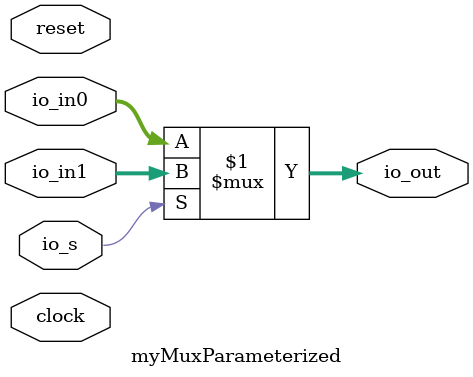
<source format=v>
module myMuxParameterized(
  input        clock,
  input        reset,
  input        io_s,
  input  [7:0] io_in0,
  input  [7:0] io_in1,
  output [7:0] io_out
);
  assign io_out = io_s ? io_in1 : io_in0; // @[myMuxParameterized.scala 14:18]
endmodule

</source>
